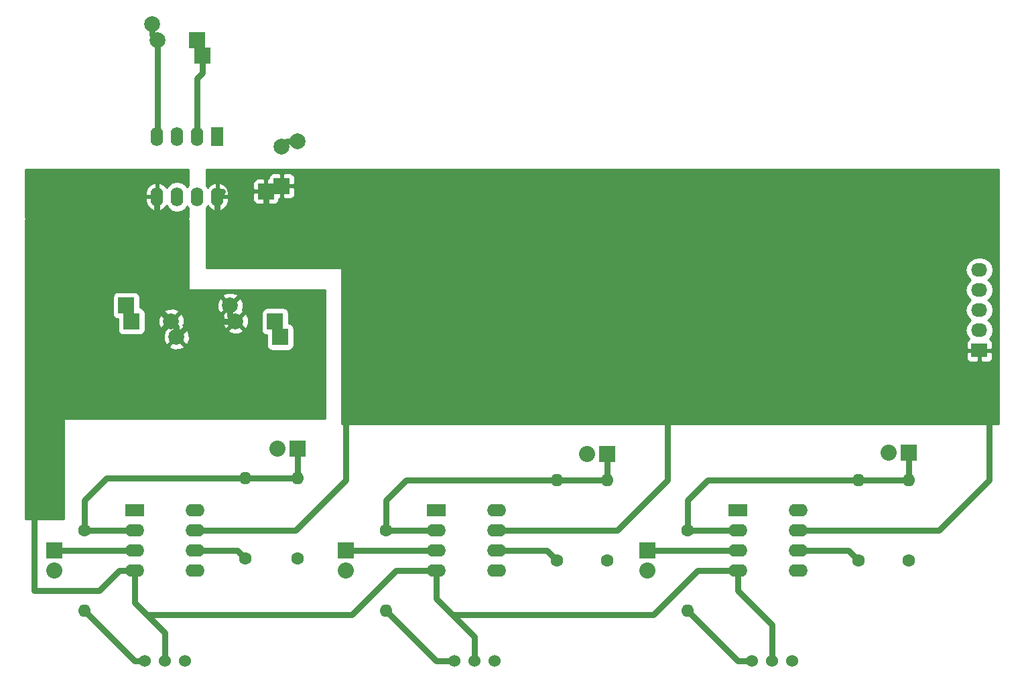
<source format=gbr>
G04 #@! TF.FileFunction,Copper,L1,Top,Signal*
%FSLAX46Y46*%
G04 Gerber Fmt 4.6, Leading zero omitted, Abs format (unit mm)*
G04 Created by KiCad (PCBNEW 4.0.5) date Wednesday, February 01, 2017 'PMt' 03:54:53 PM*
%MOMM*%
%LPD*%
G01*
G04 APERTURE LIST*
%ADD10C,0.100000*%
%ADD11R,2.000000X2.000000*%
%ADD12C,2.000000*%
%ADD13R,2.032000X2.032000*%
%ADD14O,2.032000X2.032000*%
%ADD15R,2.032000X1.727200*%
%ADD16O,2.032000X1.727200*%
%ADD17C,1.600000*%
%ADD18O,1.600000X1.600000*%
%ADD19R,1.600000X2.400000*%
%ADD20O,1.600000X2.400000*%
%ADD21R,2.400000X1.600000*%
%ADD22O,2.400000X1.600000*%
%ADD23C,1.524000*%
%ADD24C,1.000000*%
%ADD25C,0.800000*%
%ADD26C,0.254000*%
G04 APERTURE END LIST*
D10*
D11*
X144272000Y-84756000D03*
D12*
X144272000Y-79756000D03*
D11*
X142272000Y-85428144D03*
D12*
X146272000Y-79083856D03*
D11*
X125302000Y-101854000D03*
D12*
X130302000Y-101854000D03*
D11*
X124629856Y-99854000D03*
D12*
X130974144Y-103854000D03*
D11*
X133604000Y-66294000D03*
D12*
X128604000Y-66294000D03*
D11*
X134276144Y-68294000D03*
D12*
X127931856Y-64294000D03*
D11*
X143430000Y-101854000D03*
D12*
X138430000Y-101854000D03*
D11*
X144102144Y-103854000D03*
D12*
X137757856Y-99854000D03*
D13*
X190500000Y-130810000D03*
D14*
X190500000Y-133350000D03*
D13*
X152400000Y-130810000D03*
D14*
X152400000Y-133350000D03*
D13*
X115570000Y-130810000D03*
D14*
X115570000Y-133350000D03*
D15*
X232410000Y-105537000D03*
D16*
X232410000Y-102997000D03*
X232410000Y-100457000D03*
X232410000Y-97917000D03*
X232410000Y-95377000D03*
D17*
X195580000Y-128270000D03*
D18*
X195580000Y-138430000D03*
D17*
X223520000Y-132080000D03*
D18*
X223520000Y-121920000D03*
D17*
X217170000Y-132080000D03*
D18*
X217170000Y-121920000D03*
D17*
X157480000Y-128270000D03*
D18*
X157480000Y-138430000D03*
D17*
X119380000Y-128270000D03*
D18*
X119380000Y-138430000D03*
D17*
X185420000Y-132080000D03*
D18*
X185420000Y-121920000D03*
D17*
X146304000Y-131826000D03*
D18*
X146304000Y-121666000D03*
D17*
X179070000Y-132080000D03*
D18*
X179070000Y-121920000D03*
D17*
X139700000Y-131826000D03*
D18*
X139700000Y-121666000D03*
D19*
X136144000Y-78486000D03*
D20*
X128524000Y-86106000D03*
X133604000Y-78486000D03*
X131064000Y-86106000D03*
X131064000Y-78486000D03*
X133604000Y-86106000D03*
X128524000Y-78486000D03*
X136144000Y-86106000D03*
D21*
X201930000Y-125730000D03*
D22*
X209550000Y-133350000D03*
X201930000Y-128270000D03*
X209550000Y-130810000D03*
X201930000Y-130810000D03*
X209550000Y-128270000D03*
X201930000Y-133350000D03*
X209550000Y-125730000D03*
D21*
X163830000Y-125730000D03*
D22*
X171450000Y-133350000D03*
X163830000Y-128270000D03*
X171450000Y-130810000D03*
X163830000Y-130810000D03*
X171450000Y-128270000D03*
X163830000Y-133350000D03*
X171450000Y-125730000D03*
D21*
X125730000Y-125730000D03*
D22*
X133350000Y-133350000D03*
X125730000Y-128270000D03*
X133350000Y-130810000D03*
X125730000Y-130810000D03*
X133350000Y-128270000D03*
X125730000Y-133350000D03*
X133350000Y-125730000D03*
D13*
X223520000Y-118491000D03*
D14*
X220980000Y-118491000D03*
D13*
X185420000Y-118618000D03*
D14*
X182880000Y-118618000D03*
D13*
X146304000Y-117983000D03*
D14*
X143764000Y-117983000D03*
D23*
X203708000Y-144780000D03*
X206248000Y-144780000D03*
X208788000Y-144780000D03*
X166116000Y-144780000D03*
X168656000Y-144780000D03*
X171196000Y-144780000D03*
X127000000Y-144780000D03*
X129540000Y-144780000D03*
X132080000Y-144780000D03*
D24*
X152146000Y-84836000D03*
X232410000Y-113030000D03*
X232410000Y-108585000D03*
D25*
X152146000Y-84836000D02*
X152445999Y-84536001D01*
X152445999Y-84536001D02*
X157942001Y-84536001D01*
X232410000Y-108585000D02*
X232410000Y-113030000D01*
X142272000Y-90138000D02*
X146950144Y-94816144D01*
X193040000Y-100457000D02*
X193040000Y-114300000D01*
X146950144Y-94816144D02*
X187399144Y-94816144D01*
X187399144Y-94816144D02*
X193040000Y-100457000D01*
X142272000Y-85428144D02*
X142272000Y-87228144D01*
X144272000Y-84756000D02*
X142944144Y-84756000D01*
X142944144Y-84756000D02*
X142272000Y-85428144D01*
X152400000Y-114300000D02*
X193040000Y-114300000D01*
X233680000Y-114300000D02*
X193040000Y-114300000D01*
X233680000Y-121920000D02*
X233680000Y-114300000D01*
X227330000Y-128270000D02*
X233680000Y-121920000D01*
X209550000Y-128270000D02*
X227330000Y-128270000D01*
X193040000Y-121920000D02*
X193040000Y-114300000D01*
X186690000Y-128270000D02*
X193040000Y-121920000D01*
X171450000Y-128270000D02*
X186690000Y-128270000D01*
X152400000Y-121920000D02*
X152400000Y-114300000D01*
X146050000Y-128270000D02*
X152400000Y-121920000D01*
X133350000Y-128270000D02*
X146050000Y-128270000D01*
X136144000Y-86106000D02*
X136144000Y-91440000D01*
X136144000Y-91440000D02*
X137414000Y-92710000D01*
X137414000Y-92710000D02*
X139700000Y-92710000D01*
X139700000Y-92710000D02*
X142272000Y-90138000D01*
X142272000Y-90138000D02*
X142272000Y-85428144D01*
X136821856Y-85428144D02*
X136144000Y-86106000D01*
X146272000Y-79083856D02*
X144944144Y-79083856D01*
X144944144Y-79083856D02*
X144272000Y-79756000D01*
X129540000Y-141224000D02*
X129540000Y-144780000D01*
X129540000Y-141224000D02*
X127254000Y-138938000D01*
X127254000Y-138938000D02*
X129540000Y-138938000D01*
X206248000Y-140208000D02*
X206248000Y-144780000D01*
X204724000Y-138684000D02*
X206248000Y-140208000D01*
X168656000Y-141732000D02*
X168656000Y-144780000D01*
X165862000Y-138938000D02*
X168656000Y-141732000D01*
X167894000Y-138938000D02*
X168656000Y-138938000D01*
X168656000Y-138938000D02*
X191262000Y-138938000D01*
X113030000Y-135890000D02*
X113030000Y-115570000D01*
X121666000Y-110490000D02*
X118110000Y-110490000D01*
X118110000Y-110490000D02*
X113030000Y-115570000D01*
X130302000Y-101854000D02*
X121666000Y-110490000D01*
X191262000Y-138938000D02*
X196850000Y-133350000D01*
X196850000Y-133350000D02*
X201930000Y-133350000D01*
X129540000Y-138938000D02*
X153162000Y-138938000D01*
X153162000Y-138938000D02*
X158750000Y-133350000D01*
X158750000Y-133350000D02*
X163830000Y-133350000D01*
X121190000Y-135890000D02*
X113030000Y-135890000D01*
X125730000Y-133350000D02*
X123730000Y-133350000D01*
X123730000Y-133350000D02*
X121190000Y-135890000D01*
X165862000Y-138938000D02*
X163830000Y-136906000D01*
X163830000Y-136906000D02*
X163830000Y-133350000D01*
X167894000Y-138938000D02*
X165862000Y-138938000D01*
X204724000Y-138684000D02*
X201930000Y-135890000D01*
X201930000Y-135890000D02*
X201930000Y-133350000D01*
X125730000Y-133350000D02*
X125730000Y-137414000D01*
X125730000Y-137414000D02*
X127254000Y-138938000D01*
X138430000Y-101854000D02*
X132974144Y-101854000D01*
X132974144Y-101854000D02*
X130974144Y-103854000D01*
X130974144Y-103854000D02*
X130974144Y-102526144D01*
X130974144Y-102526144D02*
X130302000Y-101854000D01*
X137757856Y-99854000D02*
X137757856Y-101181856D01*
X137757856Y-101181856D02*
X138430000Y-101854000D01*
X128524000Y-86106000D02*
X128524000Y-100076000D01*
X128524000Y-100076000D02*
X130302000Y-101854000D01*
X133604000Y-66294000D02*
X133604000Y-67621856D01*
X133604000Y-67621856D02*
X134276144Y-68294000D01*
X134276144Y-70447856D02*
X133604000Y-71120000D01*
X133604000Y-71120000D02*
X133604000Y-78486000D01*
X134276144Y-68294000D02*
X134276144Y-70447856D01*
X127931856Y-64294000D02*
X127931856Y-65621856D01*
X127931856Y-65621856D02*
X128604000Y-66294000D01*
X128604000Y-66294000D02*
X128604000Y-78406000D01*
X128604000Y-78406000D02*
X128524000Y-78486000D01*
X128366001Y-78328001D02*
X128524000Y-78486000D01*
X195580000Y-138430000D02*
X201930000Y-144780000D01*
X201930000Y-144780000D02*
X203708000Y-144780000D01*
X190500000Y-130810000D02*
X201930000Y-130810000D01*
X163830000Y-130810000D02*
X152400000Y-130810000D01*
X125730000Y-130810000D02*
X115570000Y-130810000D01*
X209550000Y-130810000D02*
X215900000Y-130810000D01*
X215900000Y-130810000D02*
X217170000Y-132080000D01*
X179070000Y-132080000D02*
X177800000Y-130810000D01*
X177800000Y-130810000D02*
X171450000Y-130810000D01*
X139700000Y-131826000D02*
X138684000Y-130810000D01*
X138684000Y-130810000D02*
X133350000Y-130810000D01*
X157480000Y-138430000D02*
X163830000Y-144780000D01*
X163830000Y-144780000D02*
X166116000Y-144780000D01*
X125730000Y-144780000D02*
X124968000Y-144018000D01*
X127000000Y-144780000D02*
X125730000Y-144780000D01*
X124968000Y-144018000D02*
X119380000Y-138430000D01*
X223520000Y-121920000D02*
X223520000Y-118491000D01*
X201930000Y-128270000D02*
X195580000Y-128270000D01*
X198120000Y-121920000D02*
X195580000Y-124460000D01*
X195580000Y-124460000D02*
X195580000Y-128270000D01*
X217170000Y-121920000D02*
X198120000Y-121920000D01*
X223520000Y-121920000D02*
X217170000Y-121920000D01*
X185420000Y-121920000D02*
X185420000Y-118618000D01*
X163830000Y-128270000D02*
X157480000Y-128270000D01*
X185420000Y-121920000D02*
X179070000Y-121920000D01*
X157480000Y-128270000D02*
X157480000Y-124460000D01*
X157480000Y-124460000D02*
X160020000Y-121920000D01*
X160020000Y-121920000D02*
X179070000Y-121920000D01*
X146304000Y-121666000D02*
X146304000Y-117983000D01*
X146304000Y-118110000D02*
X146177000Y-117983000D01*
X119380000Y-128270000D02*
X125730000Y-128270000D01*
X146304000Y-121666000D02*
X139700000Y-121666000D01*
X119380000Y-124460000D02*
X122174000Y-121666000D01*
X122174000Y-121666000D02*
X139700000Y-121666000D01*
X119380000Y-128270000D02*
X119380000Y-124460000D01*
D26*
G36*
X132461000Y-103142621D02*
X132393531Y-102979736D01*
X132126676Y-102881073D01*
X131153749Y-103854000D01*
X132126676Y-104826927D01*
X132393531Y-104728264D01*
X132461000Y-104546658D01*
X132461000Y-114173000D01*
X116840000Y-114173000D01*
X116790590Y-114183006D01*
X116748965Y-114211447D01*
X116721685Y-114253841D01*
X116713000Y-114300000D01*
X116713000Y-126873000D01*
X111887000Y-126873000D01*
X111887000Y-105006532D01*
X130001217Y-105006532D01*
X130099880Y-105273387D01*
X130709605Y-105499908D01*
X131359604Y-105475856D01*
X131848408Y-105273387D01*
X131947071Y-105006532D01*
X130974144Y-104033605D01*
X130001217Y-105006532D01*
X111887000Y-105006532D01*
X111887000Y-98854000D01*
X122888614Y-98854000D01*
X122888614Y-100854000D01*
X122939307Y-101123410D01*
X123098528Y-101370846D01*
X123341471Y-101536843D01*
X123560758Y-101581249D01*
X123560758Y-102854000D01*
X123611451Y-103123410D01*
X123770672Y-103370846D01*
X124013615Y-103536843D01*
X124302000Y-103595242D01*
X126302000Y-103595242D01*
X126332723Y-103589461D01*
X129328236Y-103589461D01*
X129352288Y-104239460D01*
X129554757Y-104728264D01*
X129821612Y-104826927D01*
X130794539Y-103854000D01*
X130780397Y-103839858D01*
X130960002Y-103660253D01*
X130974144Y-103674395D01*
X131947071Y-102701468D01*
X131848408Y-102434613D01*
X131832656Y-102428761D01*
X131947908Y-102118539D01*
X131923856Y-101468540D01*
X131721387Y-100979736D01*
X131454532Y-100881073D01*
X130481605Y-101854000D01*
X130495748Y-101868143D01*
X130316143Y-102047748D01*
X130302000Y-102033605D01*
X129329073Y-103006532D01*
X129427736Y-103273387D01*
X129443488Y-103279239D01*
X129328236Y-103589461D01*
X126332723Y-103589461D01*
X126571410Y-103544549D01*
X126818846Y-103385328D01*
X126984843Y-103142385D01*
X127043242Y-102854000D01*
X127043242Y-101589461D01*
X128656092Y-101589461D01*
X128680144Y-102239460D01*
X128882613Y-102728264D01*
X129149468Y-102826927D01*
X130122395Y-101854000D01*
X129149468Y-100881073D01*
X128882613Y-100979736D01*
X128656092Y-101589461D01*
X127043242Y-101589461D01*
X127043242Y-100854000D01*
X127014542Y-100701468D01*
X129329073Y-100701468D01*
X130302000Y-101674395D01*
X131274927Y-100701468D01*
X131176264Y-100434613D01*
X130566539Y-100208092D01*
X129916540Y-100232144D01*
X129427736Y-100434613D01*
X129329073Y-100701468D01*
X127014542Y-100701468D01*
X126992549Y-100584590D01*
X126833328Y-100337154D01*
X126590385Y-100171157D01*
X126371098Y-100126751D01*
X126371098Y-98854000D01*
X126320405Y-98584590D01*
X126161184Y-98337154D01*
X125918241Y-98171157D01*
X125629856Y-98112758D01*
X123629856Y-98112758D01*
X123360446Y-98163451D01*
X123113010Y-98322672D01*
X122947013Y-98565615D01*
X122888614Y-98854000D01*
X111887000Y-98854000D01*
X111887000Y-89027000D01*
X132461000Y-89027000D01*
X132461000Y-103142621D01*
X132461000Y-103142621D01*
G37*
X132461000Y-103142621D02*
X132393531Y-102979736D01*
X132126676Y-102881073D01*
X131153749Y-103854000D01*
X132126676Y-104826927D01*
X132393531Y-104728264D01*
X132461000Y-104546658D01*
X132461000Y-114173000D01*
X116840000Y-114173000D01*
X116790590Y-114183006D01*
X116748965Y-114211447D01*
X116721685Y-114253841D01*
X116713000Y-114300000D01*
X116713000Y-126873000D01*
X111887000Y-126873000D01*
X111887000Y-105006532D01*
X130001217Y-105006532D01*
X130099880Y-105273387D01*
X130709605Y-105499908D01*
X131359604Y-105475856D01*
X131848408Y-105273387D01*
X131947071Y-105006532D01*
X130974144Y-104033605D01*
X130001217Y-105006532D01*
X111887000Y-105006532D01*
X111887000Y-98854000D01*
X122888614Y-98854000D01*
X122888614Y-100854000D01*
X122939307Y-101123410D01*
X123098528Y-101370846D01*
X123341471Y-101536843D01*
X123560758Y-101581249D01*
X123560758Y-102854000D01*
X123611451Y-103123410D01*
X123770672Y-103370846D01*
X124013615Y-103536843D01*
X124302000Y-103595242D01*
X126302000Y-103595242D01*
X126332723Y-103589461D01*
X129328236Y-103589461D01*
X129352288Y-104239460D01*
X129554757Y-104728264D01*
X129821612Y-104826927D01*
X130794539Y-103854000D01*
X130780397Y-103839858D01*
X130960002Y-103660253D01*
X130974144Y-103674395D01*
X131947071Y-102701468D01*
X131848408Y-102434613D01*
X131832656Y-102428761D01*
X131947908Y-102118539D01*
X131923856Y-101468540D01*
X131721387Y-100979736D01*
X131454532Y-100881073D01*
X130481605Y-101854000D01*
X130495748Y-101868143D01*
X130316143Y-102047748D01*
X130302000Y-102033605D01*
X129329073Y-103006532D01*
X129427736Y-103273387D01*
X129443488Y-103279239D01*
X129328236Y-103589461D01*
X126332723Y-103589461D01*
X126571410Y-103544549D01*
X126818846Y-103385328D01*
X126984843Y-103142385D01*
X127043242Y-102854000D01*
X127043242Y-101589461D01*
X128656092Y-101589461D01*
X128680144Y-102239460D01*
X128882613Y-102728264D01*
X129149468Y-102826927D01*
X130122395Y-101854000D01*
X129149468Y-100881073D01*
X128882613Y-100979736D01*
X128656092Y-101589461D01*
X127043242Y-101589461D01*
X127043242Y-100854000D01*
X127014542Y-100701468D01*
X129329073Y-100701468D01*
X130302000Y-101674395D01*
X131274927Y-100701468D01*
X131176264Y-100434613D01*
X130566539Y-100208092D01*
X129916540Y-100232144D01*
X129427736Y-100434613D01*
X129329073Y-100701468D01*
X127014542Y-100701468D01*
X126992549Y-100584590D01*
X126833328Y-100337154D01*
X126590385Y-100171157D01*
X126371098Y-100126751D01*
X126371098Y-98854000D01*
X126320405Y-98584590D01*
X126161184Y-98337154D01*
X125918241Y-98171157D01*
X125629856Y-98112758D01*
X123629856Y-98112758D01*
X123360446Y-98163451D01*
X123113010Y-98322672D01*
X122947013Y-98565615D01*
X122888614Y-98854000D01*
X111887000Y-98854000D01*
X111887000Y-89027000D01*
X132461000Y-89027000D01*
X132461000Y-103142621D01*
G36*
X149733000Y-114173000D02*
X132207000Y-114173000D01*
X132207000Y-104975164D01*
X132240958Y-104941206D01*
X132207000Y-104907248D01*
X132207000Y-104797229D01*
X132393531Y-104728264D01*
X132620052Y-104118539D01*
X132596000Y-103468540D01*
X132404631Y-103006532D01*
X137457073Y-103006532D01*
X137555736Y-103273387D01*
X138165461Y-103499908D01*
X138815460Y-103475856D01*
X139304264Y-103273387D01*
X139402927Y-103006532D01*
X138430000Y-102033605D01*
X137457073Y-103006532D01*
X132404631Y-103006532D01*
X132393531Y-102979736D01*
X132207000Y-102910771D01*
X132207000Y-102800752D01*
X132240958Y-102766794D01*
X132207000Y-102732836D01*
X132207000Y-101589461D01*
X136784092Y-101589461D01*
X136808144Y-102239460D01*
X137010613Y-102728264D01*
X137277468Y-102826927D01*
X138250395Y-101854000D01*
X138609605Y-101854000D01*
X139582532Y-102826927D01*
X139849387Y-102728264D01*
X140075908Y-102118539D01*
X140051856Y-101468540D01*
X139849387Y-100979736D01*
X139582532Y-100881073D01*
X138609605Y-101854000D01*
X138250395Y-101854000D01*
X138236253Y-101839858D01*
X138415858Y-101660253D01*
X138430000Y-101674395D01*
X139250395Y-100854000D01*
X141688758Y-100854000D01*
X141688758Y-102854000D01*
X141739451Y-103123410D01*
X141898672Y-103370846D01*
X142141615Y-103536843D01*
X142360902Y-103581249D01*
X142360902Y-104854000D01*
X142411595Y-105123410D01*
X142570816Y-105370846D01*
X142813759Y-105536843D01*
X143102144Y-105595242D01*
X145102144Y-105595242D01*
X145371554Y-105544549D01*
X145618990Y-105385328D01*
X145784987Y-105142385D01*
X145843386Y-104854000D01*
X145843386Y-102854000D01*
X145792693Y-102584590D01*
X145633472Y-102337154D01*
X145390529Y-102171157D01*
X145171242Y-102126751D01*
X145171242Y-100854000D01*
X145120549Y-100584590D01*
X144961328Y-100337154D01*
X144718385Y-100171157D01*
X144430000Y-100112758D01*
X142430000Y-100112758D01*
X142160590Y-100163451D01*
X141913154Y-100322672D01*
X141747157Y-100565615D01*
X141688758Y-100854000D01*
X139250395Y-100854000D01*
X139402927Y-100701468D01*
X139304264Y-100434613D01*
X139288512Y-100428761D01*
X139403764Y-100118539D01*
X139379712Y-99468540D01*
X139177243Y-98979736D01*
X138910388Y-98881073D01*
X137937461Y-99854000D01*
X137951604Y-99868143D01*
X137771999Y-100047748D01*
X137757856Y-100033605D01*
X136784929Y-101006532D01*
X136883592Y-101273387D01*
X136899344Y-101279239D01*
X136784092Y-101589461D01*
X132207000Y-101589461D01*
X132207000Y-99589461D01*
X136111948Y-99589461D01*
X136136000Y-100239460D01*
X136338469Y-100728264D01*
X136605324Y-100826927D01*
X137578251Y-99854000D01*
X136605324Y-98881073D01*
X136338469Y-98979736D01*
X136111948Y-99589461D01*
X132207000Y-99589461D01*
X132207000Y-98701468D01*
X136784929Y-98701468D01*
X137757856Y-99674395D01*
X138730783Y-98701468D01*
X138632120Y-98434613D01*
X138022395Y-98208092D01*
X137372396Y-98232144D01*
X136883592Y-98434613D01*
X136784929Y-98701468D01*
X132207000Y-98701468D01*
X132207000Y-97917000D01*
X149733000Y-97917000D01*
X149733000Y-114173000D01*
X149733000Y-114173000D01*
G37*
X149733000Y-114173000D02*
X132207000Y-114173000D01*
X132207000Y-104975164D01*
X132240958Y-104941206D01*
X132207000Y-104907248D01*
X132207000Y-104797229D01*
X132393531Y-104728264D01*
X132620052Y-104118539D01*
X132596000Y-103468540D01*
X132404631Y-103006532D01*
X137457073Y-103006532D01*
X137555736Y-103273387D01*
X138165461Y-103499908D01*
X138815460Y-103475856D01*
X139304264Y-103273387D01*
X139402927Y-103006532D01*
X138430000Y-102033605D01*
X137457073Y-103006532D01*
X132404631Y-103006532D01*
X132393531Y-102979736D01*
X132207000Y-102910771D01*
X132207000Y-102800752D01*
X132240958Y-102766794D01*
X132207000Y-102732836D01*
X132207000Y-101589461D01*
X136784092Y-101589461D01*
X136808144Y-102239460D01*
X137010613Y-102728264D01*
X137277468Y-102826927D01*
X138250395Y-101854000D01*
X138609605Y-101854000D01*
X139582532Y-102826927D01*
X139849387Y-102728264D01*
X140075908Y-102118539D01*
X140051856Y-101468540D01*
X139849387Y-100979736D01*
X139582532Y-100881073D01*
X138609605Y-101854000D01*
X138250395Y-101854000D01*
X138236253Y-101839858D01*
X138415858Y-101660253D01*
X138430000Y-101674395D01*
X139250395Y-100854000D01*
X141688758Y-100854000D01*
X141688758Y-102854000D01*
X141739451Y-103123410D01*
X141898672Y-103370846D01*
X142141615Y-103536843D01*
X142360902Y-103581249D01*
X142360902Y-104854000D01*
X142411595Y-105123410D01*
X142570816Y-105370846D01*
X142813759Y-105536843D01*
X143102144Y-105595242D01*
X145102144Y-105595242D01*
X145371554Y-105544549D01*
X145618990Y-105385328D01*
X145784987Y-105142385D01*
X145843386Y-104854000D01*
X145843386Y-102854000D01*
X145792693Y-102584590D01*
X145633472Y-102337154D01*
X145390529Y-102171157D01*
X145171242Y-102126751D01*
X145171242Y-100854000D01*
X145120549Y-100584590D01*
X144961328Y-100337154D01*
X144718385Y-100171157D01*
X144430000Y-100112758D01*
X142430000Y-100112758D01*
X142160590Y-100163451D01*
X141913154Y-100322672D01*
X141747157Y-100565615D01*
X141688758Y-100854000D01*
X139250395Y-100854000D01*
X139402927Y-100701468D01*
X139304264Y-100434613D01*
X139288512Y-100428761D01*
X139403764Y-100118539D01*
X139379712Y-99468540D01*
X139177243Y-98979736D01*
X138910388Y-98881073D01*
X137937461Y-99854000D01*
X137951604Y-99868143D01*
X137771999Y-100047748D01*
X137757856Y-100033605D01*
X136784929Y-101006532D01*
X136883592Y-101273387D01*
X136899344Y-101279239D01*
X136784092Y-101589461D01*
X132207000Y-101589461D01*
X132207000Y-99589461D01*
X136111948Y-99589461D01*
X136136000Y-100239460D01*
X136338469Y-100728264D01*
X136605324Y-100826927D01*
X137578251Y-99854000D01*
X136605324Y-98881073D01*
X136338469Y-98979736D01*
X136111948Y-99589461D01*
X132207000Y-99589461D01*
X132207000Y-98701468D01*
X136784929Y-98701468D01*
X137757856Y-99674395D01*
X138730783Y-98701468D01*
X138632120Y-98434613D01*
X138022395Y-98208092D01*
X137372396Y-98232144D01*
X136883592Y-98434613D01*
X136784929Y-98701468D01*
X132207000Y-98701468D01*
X132207000Y-97917000D01*
X149733000Y-97917000D01*
X149733000Y-114173000D01*
G36*
X132461000Y-84683153D02*
X132334000Y-84873222D01*
X132143752Y-84588496D01*
X131648358Y-84257484D01*
X131064000Y-84141248D01*
X130479642Y-84257484D01*
X129984248Y-84588496D01*
X129736561Y-84959186D01*
X129448896Y-84601500D01*
X128955819Y-84331633D01*
X128873039Y-84314096D01*
X128651000Y-84436085D01*
X128651000Y-85979000D01*
X128671000Y-85979000D01*
X128671000Y-86233000D01*
X128651000Y-86233000D01*
X128651000Y-87775915D01*
X128873039Y-87897904D01*
X128955819Y-87880367D01*
X129448896Y-87610500D01*
X129736561Y-87252814D01*
X129984248Y-87623504D01*
X130479642Y-87954516D01*
X131064000Y-88070752D01*
X131648358Y-87954516D01*
X132143752Y-87623504D01*
X132334000Y-87338778D01*
X132461000Y-87528847D01*
X132461000Y-88773000D01*
X111887000Y-88773000D01*
X111887000Y-86233000D01*
X127089000Y-86233000D01*
X127089000Y-86633000D01*
X127246834Y-87172483D01*
X127599104Y-87610500D01*
X128092181Y-87880367D01*
X128174961Y-87897904D01*
X128397000Y-87775915D01*
X128397000Y-86233000D01*
X127089000Y-86233000D01*
X111887000Y-86233000D01*
X111887000Y-85579000D01*
X127089000Y-85579000D01*
X127089000Y-85979000D01*
X128397000Y-85979000D01*
X128397000Y-84436085D01*
X128174961Y-84314096D01*
X128092181Y-84331633D01*
X127599104Y-84601500D01*
X127246834Y-85039517D01*
X127089000Y-85579000D01*
X111887000Y-85579000D01*
X111887000Y-82677000D01*
X132461000Y-82677000D01*
X132461000Y-84683153D01*
X132461000Y-84683153D01*
G37*
X132461000Y-84683153D02*
X132334000Y-84873222D01*
X132143752Y-84588496D01*
X131648358Y-84257484D01*
X131064000Y-84141248D01*
X130479642Y-84257484D01*
X129984248Y-84588496D01*
X129736561Y-84959186D01*
X129448896Y-84601500D01*
X128955819Y-84331633D01*
X128873039Y-84314096D01*
X128651000Y-84436085D01*
X128651000Y-85979000D01*
X128671000Y-85979000D01*
X128671000Y-86233000D01*
X128651000Y-86233000D01*
X128651000Y-87775915D01*
X128873039Y-87897904D01*
X128955819Y-87880367D01*
X129448896Y-87610500D01*
X129736561Y-87252814D01*
X129984248Y-87623504D01*
X130479642Y-87954516D01*
X131064000Y-88070752D01*
X131648358Y-87954516D01*
X132143752Y-87623504D01*
X132334000Y-87338778D01*
X132461000Y-87528847D01*
X132461000Y-88773000D01*
X111887000Y-88773000D01*
X111887000Y-86233000D01*
X127089000Y-86233000D01*
X127089000Y-86633000D01*
X127246834Y-87172483D01*
X127599104Y-87610500D01*
X128092181Y-87880367D01*
X128174961Y-87897904D01*
X128397000Y-87775915D01*
X128397000Y-86233000D01*
X127089000Y-86233000D01*
X111887000Y-86233000D01*
X111887000Y-85579000D01*
X127089000Y-85579000D01*
X127089000Y-85979000D01*
X128397000Y-85979000D01*
X128397000Y-84436085D01*
X128174961Y-84314096D01*
X128092181Y-84331633D01*
X127599104Y-84601500D01*
X127246834Y-85039517D01*
X127089000Y-85579000D01*
X111887000Y-85579000D01*
X111887000Y-82677000D01*
X132461000Y-82677000D01*
X132461000Y-84683153D01*
G36*
X234823000Y-114808000D02*
X151892000Y-114808000D01*
X151892000Y-105822750D01*
X230759000Y-105822750D01*
X230759000Y-106526909D01*
X230855673Y-106760298D01*
X231034301Y-106938927D01*
X231267690Y-107035600D01*
X232124250Y-107035600D01*
X232283000Y-106876850D01*
X232283000Y-105664000D01*
X232537000Y-105664000D01*
X232537000Y-106876850D01*
X232695750Y-107035600D01*
X233552310Y-107035600D01*
X233785699Y-106938927D01*
X233964327Y-106760298D01*
X234061000Y-106526909D01*
X234061000Y-105822750D01*
X233902250Y-105664000D01*
X232537000Y-105664000D01*
X232283000Y-105664000D01*
X230917750Y-105664000D01*
X230759000Y-105822750D01*
X151892000Y-105822750D01*
X151892000Y-95377000D01*
X230632853Y-95377000D01*
X230753930Y-95985696D01*
X231098729Y-96501724D01*
X231316150Y-96647000D01*
X231098729Y-96792276D01*
X230753930Y-97308304D01*
X230632853Y-97917000D01*
X230753930Y-98525696D01*
X231098729Y-99041724D01*
X231316150Y-99187000D01*
X231098729Y-99332276D01*
X230753930Y-99848304D01*
X230632853Y-100457000D01*
X230753930Y-101065696D01*
X231098729Y-101581724D01*
X231316150Y-101727000D01*
X231098729Y-101872276D01*
X230753930Y-102388304D01*
X230632853Y-102997000D01*
X230753930Y-103605696D01*
X231091749Y-104111277D01*
X231034301Y-104135073D01*
X230855673Y-104313702D01*
X230759000Y-104547091D01*
X230759000Y-105251250D01*
X230917750Y-105410000D01*
X232283000Y-105410000D01*
X232283000Y-105390000D01*
X232537000Y-105390000D01*
X232537000Y-105410000D01*
X233902250Y-105410000D01*
X234061000Y-105251250D01*
X234061000Y-104547091D01*
X233964327Y-104313702D01*
X233785699Y-104135073D01*
X233728251Y-104111277D01*
X234066070Y-103605696D01*
X234187147Y-102997000D01*
X234066070Y-102388304D01*
X233721271Y-101872276D01*
X233503850Y-101727000D01*
X233721271Y-101581724D01*
X234066070Y-101065696D01*
X234187147Y-100457000D01*
X234066070Y-99848304D01*
X233721271Y-99332276D01*
X233503850Y-99187000D01*
X233721271Y-99041724D01*
X234066070Y-98525696D01*
X234187147Y-97917000D01*
X234066070Y-97308304D01*
X233721271Y-96792276D01*
X233503850Y-96647000D01*
X233721271Y-96501724D01*
X234066070Y-95985696D01*
X234187147Y-95377000D01*
X234066070Y-94768304D01*
X233721271Y-94252276D01*
X233205243Y-93907477D01*
X232596547Y-93786400D01*
X232223453Y-93786400D01*
X231614757Y-93907477D01*
X231098729Y-94252276D01*
X230753930Y-94768304D01*
X230632853Y-95377000D01*
X151892000Y-95377000D01*
X151892000Y-95250000D01*
X151881994Y-95200590D01*
X151853553Y-95158965D01*
X151811159Y-95131685D01*
X151765000Y-95123000D01*
X134747000Y-95123000D01*
X134747000Y-87528847D01*
X134931439Y-87252814D01*
X135219104Y-87610500D01*
X135712181Y-87880367D01*
X135794961Y-87897904D01*
X136017000Y-87775915D01*
X136017000Y-86233000D01*
X136271000Y-86233000D01*
X136271000Y-87775915D01*
X136493039Y-87897904D01*
X136575819Y-87880367D01*
X137068896Y-87610500D01*
X137421166Y-87172483D01*
X137579000Y-86633000D01*
X137579000Y-86233000D01*
X136271000Y-86233000D01*
X136017000Y-86233000D01*
X135997000Y-86233000D01*
X135997000Y-85979000D01*
X136017000Y-85979000D01*
X136017000Y-84436085D01*
X136271000Y-84436085D01*
X136271000Y-85979000D01*
X137579000Y-85979000D01*
X137579000Y-85713894D01*
X140637000Y-85713894D01*
X140637000Y-86554453D01*
X140733673Y-86787842D01*
X140912301Y-86966471D01*
X141145690Y-87063144D01*
X141986250Y-87063144D01*
X142145000Y-86904394D01*
X142145000Y-85555144D01*
X140795750Y-85555144D01*
X140637000Y-85713894D01*
X137579000Y-85713894D01*
X137579000Y-85579000D01*
X137421166Y-85039517D01*
X137068896Y-84601500D01*
X136575819Y-84331633D01*
X136493039Y-84314096D01*
X136271000Y-84436085D01*
X136017000Y-84436085D01*
X135794961Y-84314096D01*
X135712181Y-84331633D01*
X135219104Y-84601500D01*
X134931439Y-84959186D01*
X134747000Y-84683153D01*
X134747000Y-84301835D01*
X140637000Y-84301835D01*
X140637000Y-85142394D01*
X140795750Y-85301144D01*
X142145000Y-85301144D01*
X142145000Y-83951894D01*
X142399000Y-83951894D01*
X142399000Y-85301144D01*
X142419000Y-85301144D01*
X142419000Y-85555144D01*
X142399000Y-85555144D01*
X142399000Y-86904394D01*
X142557750Y-87063144D01*
X143398310Y-87063144D01*
X143631699Y-86966471D01*
X143810327Y-86787842D01*
X143907000Y-86554453D01*
X143907000Y-86391000D01*
X143986250Y-86391000D01*
X144145000Y-86232250D01*
X144145000Y-84883000D01*
X144399000Y-84883000D01*
X144399000Y-86232250D01*
X144557750Y-86391000D01*
X145398310Y-86391000D01*
X145631699Y-86294327D01*
X145810327Y-86115698D01*
X145907000Y-85882309D01*
X145907000Y-85041750D01*
X145748250Y-84883000D01*
X144399000Y-84883000D01*
X144145000Y-84883000D01*
X144125000Y-84883000D01*
X144125000Y-84629000D01*
X144145000Y-84629000D01*
X144145000Y-83279750D01*
X144399000Y-83279750D01*
X144399000Y-84629000D01*
X145748250Y-84629000D01*
X145907000Y-84470250D01*
X145907000Y-83629691D01*
X145810327Y-83396302D01*
X145631699Y-83217673D01*
X145398310Y-83121000D01*
X144557750Y-83121000D01*
X144399000Y-83279750D01*
X144145000Y-83279750D01*
X143986250Y-83121000D01*
X143145690Y-83121000D01*
X142912301Y-83217673D01*
X142733673Y-83396302D01*
X142637000Y-83629691D01*
X142637000Y-83793144D01*
X142557750Y-83793144D01*
X142399000Y-83951894D01*
X142145000Y-83951894D01*
X141986250Y-83793144D01*
X141145690Y-83793144D01*
X140912301Y-83889817D01*
X140733673Y-84068446D01*
X140637000Y-84301835D01*
X134747000Y-84301835D01*
X134747000Y-82677000D01*
X234823000Y-82677000D01*
X234823000Y-114808000D01*
X234823000Y-114808000D01*
G37*
X234823000Y-114808000D02*
X151892000Y-114808000D01*
X151892000Y-105822750D01*
X230759000Y-105822750D01*
X230759000Y-106526909D01*
X230855673Y-106760298D01*
X231034301Y-106938927D01*
X231267690Y-107035600D01*
X232124250Y-107035600D01*
X232283000Y-106876850D01*
X232283000Y-105664000D01*
X232537000Y-105664000D01*
X232537000Y-106876850D01*
X232695750Y-107035600D01*
X233552310Y-107035600D01*
X233785699Y-106938927D01*
X233964327Y-106760298D01*
X234061000Y-106526909D01*
X234061000Y-105822750D01*
X233902250Y-105664000D01*
X232537000Y-105664000D01*
X232283000Y-105664000D01*
X230917750Y-105664000D01*
X230759000Y-105822750D01*
X151892000Y-105822750D01*
X151892000Y-95377000D01*
X230632853Y-95377000D01*
X230753930Y-95985696D01*
X231098729Y-96501724D01*
X231316150Y-96647000D01*
X231098729Y-96792276D01*
X230753930Y-97308304D01*
X230632853Y-97917000D01*
X230753930Y-98525696D01*
X231098729Y-99041724D01*
X231316150Y-99187000D01*
X231098729Y-99332276D01*
X230753930Y-99848304D01*
X230632853Y-100457000D01*
X230753930Y-101065696D01*
X231098729Y-101581724D01*
X231316150Y-101727000D01*
X231098729Y-101872276D01*
X230753930Y-102388304D01*
X230632853Y-102997000D01*
X230753930Y-103605696D01*
X231091749Y-104111277D01*
X231034301Y-104135073D01*
X230855673Y-104313702D01*
X230759000Y-104547091D01*
X230759000Y-105251250D01*
X230917750Y-105410000D01*
X232283000Y-105410000D01*
X232283000Y-105390000D01*
X232537000Y-105390000D01*
X232537000Y-105410000D01*
X233902250Y-105410000D01*
X234061000Y-105251250D01*
X234061000Y-104547091D01*
X233964327Y-104313702D01*
X233785699Y-104135073D01*
X233728251Y-104111277D01*
X234066070Y-103605696D01*
X234187147Y-102997000D01*
X234066070Y-102388304D01*
X233721271Y-101872276D01*
X233503850Y-101727000D01*
X233721271Y-101581724D01*
X234066070Y-101065696D01*
X234187147Y-100457000D01*
X234066070Y-99848304D01*
X233721271Y-99332276D01*
X233503850Y-99187000D01*
X233721271Y-99041724D01*
X234066070Y-98525696D01*
X234187147Y-97917000D01*
X234066070Y-97308304D01*
X233721271Y-96792276D01*
X233503850Y-96647000D01*
X233721271Y-96501724D01*
X234066070Y-95985696D01*
X234187147Y-95377000D01*
X234066070Y-94768304D01*
X233721271Y-94252276D01*
X233205243Y-93907477D01*
X232596547Y-93786400D01*
X232223453Y-93786400D01*
X231614757Y-93907477D01*
X231098729Y-94252276D01*
X230753930Y-94768304D01*
X230632853Y-95377000D01*
X151892000Y-95377000D01*
X151892000Y-95250000D01*
X151881994Y-95200590D01*
X151853553Y-95158965D01*
X151811159Y-95131685D01*
X151765000Y-95123000D01*
X134747000Y-95123000D01*
X134747000Y-87528847D01*
X134931439Y-87252814D01*
X135219104Y-87610500D01*
X135712181Y-87880367D01*
X135794961Y-87897904D01*
X136017000Y-87775915D01*
X136017000Y-86233000D01*
X136271000Y-86233000D01*
X136271000Y-87775915D01*
X136493039Y-87897904D01*
X136575819Y-87880367D01*
X137068896Y-87610500D01*
X137421166Y-87172483D01*
X137579000Y-86633000D01*
X137579000Y-86233000D01*
X136271000Y-86233000D01*
X136017000Y-86233000D01*
X135997000Y-86233000D01*
X135997000Y-85979000D01*
X136017000Y-85979000D01*
X136017000Y-84436085D01*
X136271000Y-84436085D01*
X136271000Y-85979000D01*
X137579000Y-85979000D01*
X137579000Y-85713894D01*
X140637000Y-85713894D01*
X140637000Y-86554453D01*
X140733673Y-86787842D01*
X140912301Y-86966471D01*
X141145690Y-87063144D01*
X141986250Y-87063144D01*
X142145000Y-86904394D01*
X142145000Y-85555144D01*
X140795750Y-85555144D01*
X140637000Y-85713894D01*
X137579000Y-85713894D01*
X137579000Y-85579000D01*
X137421166Y-85039517D01*
X137068896Y-84601500D01*
X136575819Y-84331633D01*
X136493039Y-84314096D01*
X136271000Y-84436085D01*
X136017000Y-84436085D01*
X135794961Y-84314096D01*
X135712181Y-84331633D01*
X135219104Y-84601500D01*
X134931439Y-84959186D01*
X134747000Y-84683153D01*
X134747000Y-84301835D01*
X140637000Y-84301835D01*
X140637000Y-85142394D01*
X140795750Y-85301144D01*
X142145000Y-85301144D01*
X142145000Y-83951894D01*
X142399000Y-83951894D01*
X142399000Y-85301144D01*
X142419000Y-85301144D01*
X142419000Y-85555144D01*
X142399000Y-85555144D01*
X142399000Y-86904394D01*
X142557750Y-87063144D01*
X143398310Y-87063144D01*
X143631699Y-86966471D01*
X143810327Y-86787842D01*
X143907000Y-86554453D01*
X143907000Y-86391000D01*
X143986250Y-86391000D01*
X144145000Y-86232250D01*
X144145000Y-84883000D01*
X144399000Y-84883000D01*
X144399000Y-86232250D01*
X144557750Y-86391000D01*
X145398310Y-86391000D01*
X145631699Y-86294327D01*
X145810327Y-86115698D01*
X145907000Y-85882309D01*
X145907000Y-85041750D01*
X145748250Y-84883000D01*
X144399000Y-84883000D01*
X144145000Y-84883000D01*
X144125000Y-84883000D01*
X144125000Y-84629000D01*
X144145000Y-84629000D01*
X144145000Y-83279750D01*
X144399000Y-83279750D01*
X144399000Y-84629000D01*
X145748250Y-84629000D01*
X145907000Y-84470250D01*
X145907000Y-83629691D01*
X145810327Y-83396302D01*
X145631699Y-83217673D01*
X145398310Y-83121000D01*
X144557750Y-83121000D01*
X144399000Y-83279750D01*
X144145000Y-83279750D01*
X143986250Y-83121000D01*
X143145690Y-83121000D01*
X142912301Y-83217673D01*
X142733673Y-83396302D01*
X142637000Y-83629691D01*
X142637000Y-83793144D01*
X142557750Y-83793144D01*
X142399000Y-83951894D01*
X142145000Y-83951894D01*
X141986250Y-83793144D01*
X141145690Y-83793144D01*
X140912301Y-83889817D01*
X140733673Y-84068446D01*
X140637000Y-84301835D01*
X134747000Y-84301835D01*
X134747000Y-82677000D01*
X234823000Y-82677000D01*
X234823000Y-114808000D01*
M02*

</source>
